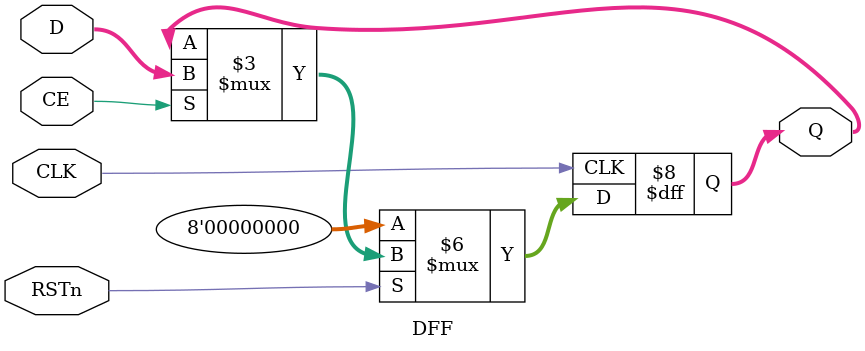
<source format=sv>
/**********************************
* Parameterized D Flip-Flop:
* With asynchronous active low reset & enable
**********************************/
module DFF #(
  parameter W = 8
)(
  input CLK,
  input CE,
  input RSTn,
  input  [W-1:0] D,        // input data

  output logic [W-1:0] Q   // delayed output
);

always_ff @(posedge CLK) begin
  if (~RSTn)    Q <= 'h0;
  else if (CE)  Q <= D;
end

endmodule

</source>
